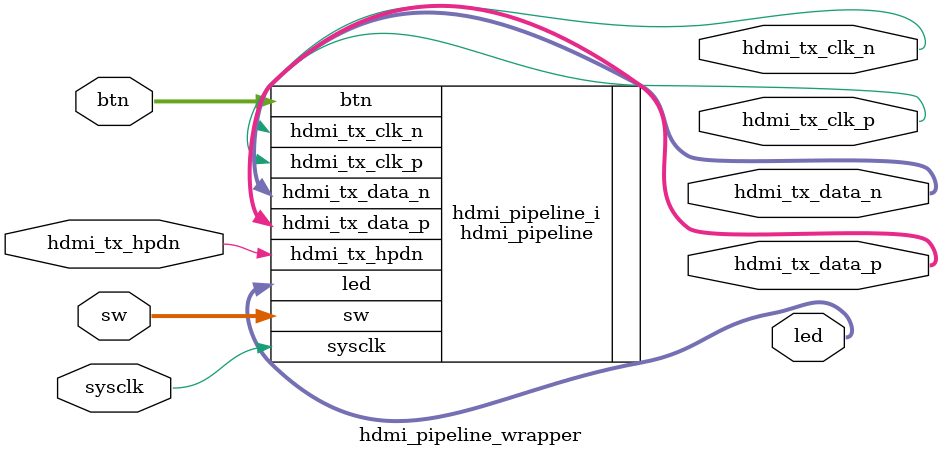
<source format=v>
`timescale 1 ps / 1 ps

module hdmi_pipeline_wrapper
   (btn,
    hdmi_tx_clk_n,
    hdmi_tx_clk_p,
    hdmi_tx_data_n,
    hdmi_tx_data_p,
    hdmi_tx_hpdn,
    led,
    sw,
    sysclk);
  input [3:0]btn;
  output [0:0]hdmi_tx_clk_n;
  output [0:0]hdmi_tx_clk_p;
  output [2:0]hdmi_tx_data_n;
  output [2:0]hdmi_tx_data_p;
  input [0:0]hdmi_tx_hpdn;
  output [3:0]led;
  input [1:0]sw;
  input sysclk;

  wire [3:0]btn;
  wire [0:0]hdmi_tx_clk_n;
  wire [0:0]hdmi_tx_clk_p;
  wire [2:0]hdmi_tx_data_n;
  wire [2:0]hdmi_tx_data_p;
  wire [0:0]hdmi_tx_hpdn;
  wire [3:0]led;
  wire [1:0]sw;
  wire sysclk;

  hdmi_pipeline hdmi_pipeline_i
       (.btn(btn),
        .hdmi_tx_clk_n(hdmi_tx_clk_n),
        .hdmi_tx_clk_p(hdmi_tx_clk_p),
        .hdmi_tx_data_n(hdmi_tx_data_n),
        .hdmi_tx_data_p(hdmi_tx_data_p),
        .hdmi_tx_hpdn(hdmi_tx_hpdn),
        .led(led),
        .sw(sw),
        .sysclk(sysclk));
endmodule

</source>
